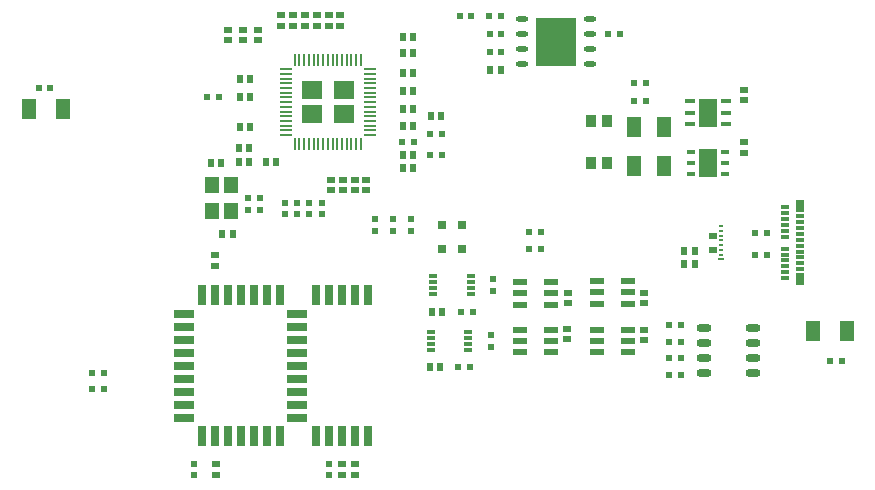
<source format=gtp>
G04*
G04 #@! TF.GenerationSoftware,Altium Limited,Altium Designer,24.4.1 (13)*
G04*
G04 Layer_Color=8421504*
%FSLAX44Y44*%
%MOMM*%
G71*
G04*
G04 #@! TF.SameCoordinates,BB8F2AFE-483E-42EE-87DF-432BFCC133BD*
G04*
G04*
G04 #@! TF.FilePolarity,Positive*
G04*
G01*
G75*
%ADD16R,1.7500X1.5000*%
%ADD17R,1.7500X1.5000*%
%ADD18O,0.7000X0.4000*%
%ADD19R,1.6500X2.4000*%
%ADD20O,0.9000X0.4000*%
%ADD21R,3.5000X4.1000*%
G04:AMPARAMS|DCode=22|XSize=1.05mm|YSize=0.45mm|CornerRadius=0.225mm|HoleSize=0mm|Usage=FLASHONLY|Rotation=180.000|XOffset=0mm|YOffset=0mm|HoleType=Round|Shape=RoundedRectangle|*
%AMROUNDEDRECTD22*
21,1,1.0500,0.0000,0,0,180.0*
21,1,0.6000,0.4500,0,0,180.0*
1,1,0.4500,-0.3000,0.0000*
1,1,0.4500,0.3000,0.0000*
1,1,0.4500,0.3000,0.0000*
1,1,0.4500,-0.3000,0.0000*
%
%ADD22ROUNDEDRECTD22*%
%ADD23R,0.8000X1.8000*%
%ADD24R,1.8000X0.7000*%
%ADD25R,1.8000X0.8000*%
%ADD26R,1.1500X0.6000*%
%ADD27R,0.8000X0.3000*%
%ADD28R,0.7000X0.3000*%
%ADD29R,0.7000X1.0000*%
%ADD30R,1.1000X0.2000*%
%ADD31R,0.2000X1.1000*%
%ADD32R,1.3000X1.8000*%
%ADD33R,0.6000X0.5000*%
%ADD34R,0.6000X0.6400*%
%ADD35R,0.5000X0.6000*%
%ADD36R,0.6400X0.6000*%
%ADD37R,0.8000X0.8000*%
%ADD38R,0.4000X0.2500*%
%ADD39R,0.6500X0.5000*%
%ADD40R,0.5000X0.2500*%
%ADD41R,0.9000X1.0000*%
%ADD42R,1.2000X1.4000*%
%ADD43O,1.2700X0.7600*%
%ADD44R,1.2000X1.7500*%
D16*
X746159Y739000D02*
D03*
Y719000D02*
D03*
D17*
X773659Y739000D02*
D03*
Y719000D02*
D03*
D18*
X1067752Y668170D02*
D03*
Y677670D02*
D03*
Y687170D02*
D03*
X1096252Y668170D02*
D03*
Y687170D02*
D03*
Y677670D02*
D03*
D19*
X1082002D02*
D03*
X1082002Y720170D02*
D03*
D20*
X1066752Y710670D02*
D03*
Y720170D02*
D03*
Y729670D02*
D03*
X1097252Y710670D02*
D03*
Y729670D02*
D03*
Y720170D02*
D03*
D21*
X953000Y780000D02*
D03*
D22*
X924500Y760950D02*
D03*
Y773650D02*
D03*
Y786350D02*
D03*
Y799050D02*
D03*
X981500D02*
D03*
Y786350D02*
D03*
Y773650D02*
D03*
Y760950D02*
D03*
D23*
X653500Y446000D02*
D03*
X664500D02*
D03*
X675500D02*
D03*
X686500D02*
D03*
X697500D02*
D03*
X708500D02*
D03*
X719500D02*
D03*
X749500D02*
D03*
X760500D02*
D03*
X771500D02*
D03*
X782500D02*
D03*
X793500D02*
D03*
Y566000D02*
D03*
X782500D02*
D03*
X771500D02*
D03*
X760500D02*
D03*
X749500D02*
D03*
X719500D02*
D03*
X708500D02*
D03*
X697500D02*
D03*
X686500D02*
D03*
X675500D02*
D03*
X664500D02*
D03*
X653500D02*
D03*
D24*
X638500Y550000D02*
D03*
Y462000D02*
D03*
X733500D02*
D03*
Y550000D02*
D03*
D25*
X638500Y539000D02*
D03*
Y528000D02*
D03*
Y517000D02*
D03*
Y506000D02*
D03*
Y495000D02*
D03*
Y484000D02*
D03*
Y473000D02*
D03*
X733500D02*
D03*
Y484000D02*
D03*
Y495000D02*
D03*
Y506000D02*
D03*
Y517000D02*
D03*
Y528000D02*
D03*
Y539000D02*
D03*
D26*
X988000Y577500D02*
D03*
Y568000D02*
D03*
Y558500D02*
D03*
X1014000D02*
D03*
Y568000D02*
D03*
Y577500D02*
D03*
X949000Y536500D02*
D03*
Y527000D02*
D03*
Y517500D02*
D03*
X923000D02*
D03*
Y527000D02*
D03*
Y536500D02*
D03*
X923000Y576500D02*
D03*
Y567000D02*
D03*
Y557500D02*
D03*
X949000D02*
D03*
Y567000D02*
D03*
Y576500D02*
D03*
X1014000Y536500D02*
D03*
Y527000D02*
D03*
Y517500D02*
D03*
X988000D02*
D03*
Y527000D02*
D03*
Y536500D02*
D03*
D27*
X847000Y519500D02*
D03*
Y524500D02*
D03*
Y529500D02*
D03*
Y534500D02*
D03*
X879000D02*
D03*
Y529500D02*
D03*
Y524500D02*
D03*
Y519500D02*
D03*
X881000Y566500D02*
D03*
Y571500D02*
D03*
Y576500D02*
D03*
Y581500D02*
D03*
X849000D02*
D03*
Y576500D02*
D03*
Y571500D02*
D03*
Y566500D02*
D03*
D28*
X1160000Y607500D02*
D03*
Y587500D02*
D03*
Y592500D02*
D03*
Y597500D02*
D03*
Y602500D02*
D03*
Y612500D02*
D03*
Y617500D02*
D03*
Y622500D02*
D03*
Y627500D02*
D03*
Y632500D02*
D03*
X1147000Y615000D02*
D03*
Y640000D02*
D03*
Y635000D02*
D03*
Y630000D02*
D03*
Y625000D02*
D03*
Y620000D02*
D03*
Y580000D02*
D03*
Y605000D02*
D03*
Y600000D02*
D03*
Y595000D02*
D03*
Y590000D02*
D03*
Y585000D02*
D03*
D29*
X1160000Y579000D02*
D03*
X1160100Y641000D02*
D03*
D30*
X724409Y757000D02*
D03*
Y753000D02*
D03*
Y749000D02*
D03*
Y745000D02*
D03*
Y741000D02*
D03*
Y737000D02*
D03*
Y733000D02*
D03*
Y729000D02*
D03*
Y725000D02*
D03*
Y721000D02*
D03*
Y717000D02*
D03*
Y713000D02*
D03*
Y709000D02*
D03*
Y705000D02*
D03*
Y701000D02*
D03*
X795409D02*
D03*
Y705000D02*
D03*
Y709000D02*
D03*
Y713000D02*
D03*
Y717000D02*
D03*
Y721000D02*
D03*
Y725000D02*
D03*
Y729000D02*
D03*
Y733000D02*
D03*
Y737000D02*
D03*
Y741000D02*
D03*
Y745000D02*
D03*
Y749000D02*
D03*
Y753000D02*
D03*
Y757000D02*
D03*
D31*
X731909Y693500D02*
D03*
X735909D02*
D03*
X739909D02*
D03*
X743909D02*
D03*
X747909D02*
D03*
X751909D02*
D03*
X755909D02*
D03*
X759909D02*
D03*
X763909D02*
D03*
X767909D02*
D03*
X771909D02*
D03*
X775909D02*
D03*
X779909D02*
D03*
X783909D02*
D03*
X787909D02*
D03*
Y764500D02*
D03*
X783909D02*
D03*
X779909D02*
D03*
X775909D02*
D03*
X771909D02*
D03*
X767909D02*
D03*
X763909D02*
D03*
X759909D02*
D03*
X755909D02*
D03*
X751909D02*
D03*
X747909D02*
D03*
X743909D02*
D03*
X739909D02*
D03*
X735909D02*
D03*
X731909D02*
D03*
D32*
X535500Y723000D02*
D03*
X506500D02*
D03*
X1199500Y535000D02*
D03*
X1170500D02*
D03*
D33*
X744000Y634000D02*
D03*
Y644000D02*
D03*
X830000Y620000D02*
D03*
Y630000D02*
D03*
X900000Y579000D02*
D03*
Y569000D02*
D03*
X761000Y413000D02*
D03*
Y423000D02*
D03*
X647000Y413000D02*
D03*
Y423000D02*
D03*
X724000Y644000D02*
D03*
Y634000D02*
D03*
X815000Y630000D02*
D03*
Y620000D02*
D03*
X755000Y644000D02*
D03*
Y634000D02*
D03*
X734000D02*
D03*
Y644000D02*
D03*
X898000Y522000D02*
D03*
Y532000D02*
D03*
X800000Y630000D02*
D03*
Y620000D02*
D03*
D34*
X823258Y738500D02*
D03*
X832058D02*
D03*
X823158Y709000D02*
D03*
X831958D02*
D03*
X856900Y551500D02*
D03*
X848100D02*
D03*
X684658Y678000D02*
D03*
X693458D02*
D03*
X684658Y690500D02*
D03*
X693458D02*
D03*
X715958Y678000D02*
D03*
X707158D02*
D03*
X847158Y717000D02*
D03*
X855958D02*
D03*
X1070400Y603000D02*
D03*
X1061600D02*
D03*
X897542Y756500D02*
D03*
X906342D02*
D03*
X670600Y617500D02*
D03*
X679400D02*
D03*
X669400Y677500D02*
D03*
X660600D02*
D03*
X832400Y784000D02*
D03*
X823600D02*
D03*
X685158Y733000D02*
D03*
X693958D02*
D03*
X854900Y504500D02*
D03*
X846100D02*
D03*
X1070400Y592000D02*
D03*
X1061600D02*
D03*
X685158Y708000D02*
D03*
X693958D02*
D03*
X831958Y673000D02*
D03*
X823158D02*
D03*
X685158Y749000D02*
D03*
X693958D02*
D03*
X831958Y754000D02*
D03*
X823158D02*
D03*
X831958Y770750D02*
D03*
X823158D02*
D03*
Y723000D02*
D03*
X831958D02*
D03*
Y684000D02*
D03*
X823158D02*
D03*
D35*
X856558Y702000D02*
D03*
X846558D02*
D03*
X906942Y771500D02*
D03*
X896942D02*
D03*
X896442Y802000D02*
D03*
X906442D02*
D03*
X882500Y551500D02*
D03*
X872500D02*
D03*
X1049000Y540000D02*
D03*
X1059000D02*
D03*
X1122000Y618000D02*
D03*
X1132000D02*
D03*
Y600000D02*
D03*
X1122000D02*
D03*
X1029002Y745170D02*
D03*
X1019002D02*
D03*
Y730170D02*
D03*
X1029002D02*
D03*
X692500Y647500D02*
D03*
X702500D02*
D03*
X1049000Y512000D02*
D03*
X1059000D02*
D03*
X1185000Y510000D02*
D03*
X1195000D02*
D03*
X896942Y786500D02*
D03*
X906942D02*
D03*
X832558Y695000D02*
D03*
X822558D02*
D03*
X1049000Y526000D02*
D03*
X1059000D02*
D03*
X846558Y684000D02*
D03*
X856558D02*
D03*
X940000Y605000D02*
D03*
X930000D02*
D03*
X702500Y637500D02*
D03*
X692500D02*
D03*
X870500Y504500D02*
D03*
X880500D02*
D03*
X560000Y486000D02*
D03*
X570000D02*
D03*
X881442Y802000D02*
D03*
X871442D02*
D03*
X667558Y733000D02*
D03*
X657558D02*
D03*
X940000Y619000D02*
D03*
X930000D02*
D03*
X997442Y786500D02*
D03*
X1007442D02*
D03*
X560000Y500000D02*
D03*
X570000D02*
D03*
X1049000Y498000D02*
D03*
X1059000D02*
D03*
X515000Y741000D02*
D03*
X525000D02*
D03*
D36*
X782558Y663400D02*
D03*
Y654600D02*
D03*
X792558Y654600D02*
D03*
Y663400D02*
D03*
X1028000Y536400D02*
D03*
Y527600D02*
D03*
X1112002Y730770D02*
D03*
Y739570D02*
D03*
X783000Y413600D02*
D03*
Y422400D02*
D03*
X772000Y422400D02*
D03*
Y413600D02*
D03*
X665000Y413600D02*
D03*
Y422400D02*
D03*
X664000Y599400D02*
D03*
Y590600D02*
D03*
X963000Y558600D02*
D03*
Y567400D02*
D03*
X700558Y781600D02*
D03*
Y790400D02*
D03*
X1112002Y695170D02*
D03*
Y686370D02*
D03*
X772558Y663400D02*
D03*
Y654600D02*
D03*
X770558Y793600D02*
D03*
Y802400D02*
D03*
X688058Y790400D02*
D03*
Y781600D02*
D03*
X760558Y793600D02*
D03*
Y802400D02*
D03*
X675558Y790400D02*
D03*
Y781600D02*
D03*
X750558Y802400D02*
D03*
Y793600D02*
D03*
X730558D02*
D03*
Y802400D02*
D03*
X740558D02*
D03*
Y793600D02*
D03*
X720558Y802400D02*
D03*
Y793600D02*
D03*
X1028000Y567400D02*
D03*
Y558600D02*
D03*
X762558Y654600D02*
D03*
Y663400D02*
D03*
X962500Y536900D02*
D03*
Y528100D02*
D03*
D37*
X856750Y605000D02*
D03*
X873250D02*
D03*
Y625000D02*
D03*
X856750D02*
D03*
D38*
X1093000Y600000D02*
D03*
Y616000D02*
D03*
Y612000D02*
D03*
Y604000D02*
D03*
Y608000D02*
D03*
Y620000D02*
D03*
Y624000D02*
D03*
D39*
X1086250Y604200D02*
D03*
Y615800D02*
D03*
D40*
X1092500Y596000D02*
D03*
D41*
X982752Y712670D02*
D03*
X996252D02*
D03*
X982752Y677670D02*
D03*
X996252D02*
D03*
D42*
X662000Y658500D02*
D03*
X678000D02*
D03*
X662000Y636500D02*
D03*
X678000D02*
D03*
D43*
X1119500Y499950D02*
D03*
Y512650D02*
D03*
X1119500Y525350D02*
D03*
X1078500D02*
D03*
Y512650D02*
D03*
Y499950D02*
D03*
Y538050D02*
D03*
X1119500D02*
D03*
D44*
X1019252Y675170D02*
D03*
X1044752D02*
D03*
Y707670D02*
D03*
X1019252D02*
D03*
M02*

</source>
